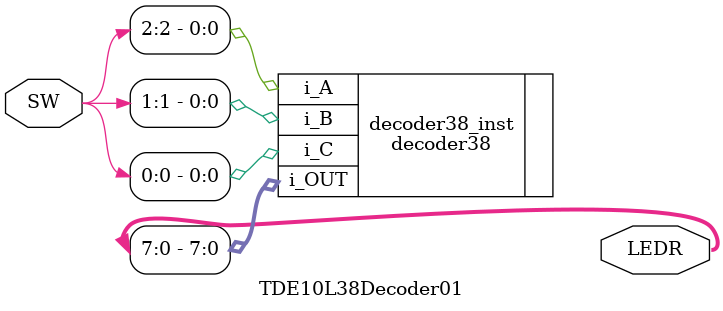
<source format=v>


module TDE10L38Decoder01(
	input wire [9:0]		SW,
	output wire [9:0]		LEDR
);

//=======================================================
//  REG/WIRE declarations
//=======================================================

decoder38 decoder38_inst(
	.i_A(SW[2]),
	.i_B(SW[1]),
	.i_C(SW[0]),
	.i_OUT(LEDR[7:0])
);

//=======================================================
//  Structural coding
//=======================================================

endmodule
</source>
